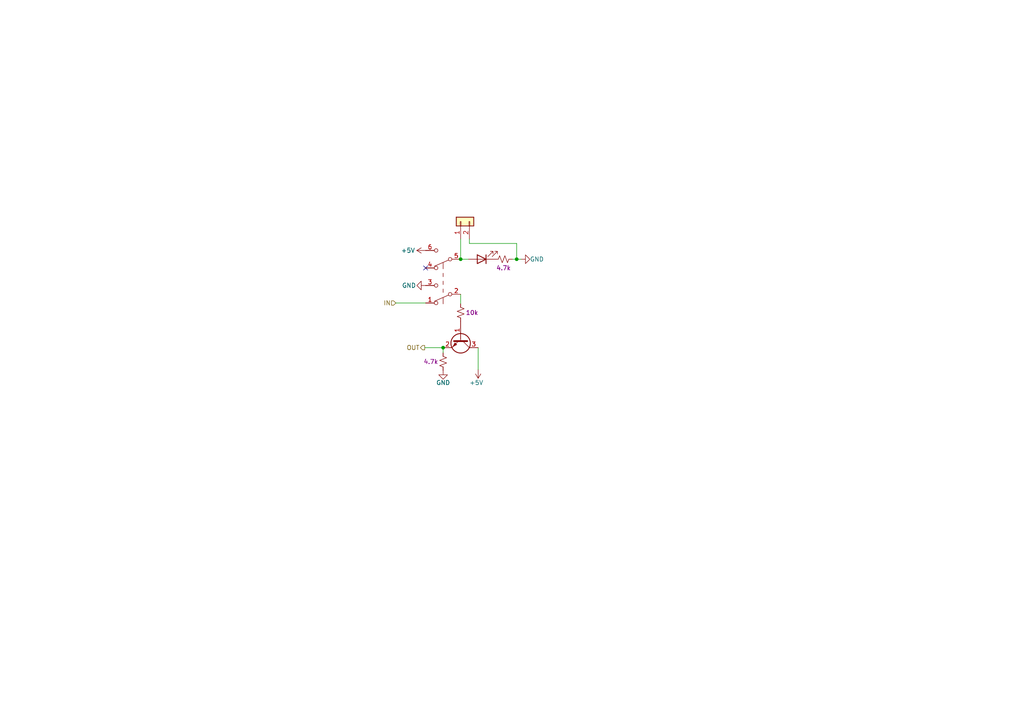
<source format=kicad_sch>
(kicad_sch (version 20211123) (generator eeschema)
  (paper "A4")
  (lib_symbols
    (symbol "Connector_Generic:Conn_01x02" (pin_names (offset 1.016) hide)
      (property "Reference" "J" (at 0 2.54 0))
      (property "Value" "Conn_01x02" (at 0 -5.08 0))
      (symbol "Conn_01x02_1_1"
        (rectangle (start -1.27 -2.413) (end 0 -2.667) (stroke (width 0.1524)))
        (rectangle (start -1.27 0.127) (end 0 -0.127) (stroke (width 0.1524)))
        (rectangle (start -1.27 1.27) (end 1.27 -3.81) (stroke (width 0.254)) (fill (type background)))
        (pin passive line (at -5.08 0 0) (length 3.81) (name "Pin_1") (number "1"))
        (pin passive line (at -5.08 -2.54 0) (length 3.81) (name "Pin_2") (number "2"))
      )
    )
    (symbol "Device:LED" (pin_numbers hide) (pin_names (offset 1.016) hide)
      (property "Reference" "D" (at 0 2.54 0))
      (property "Value" "LED" (at 0 -2.54 0))
      (symbol "LED_0_1"
        (polyline (pts (xy -1.27 -1.27) (xy -1.27 1.27)) (stroke (width 0.254)))
        (polyline (pts (xy -1.27 0) (xy 1.27 0)))
        (polyline (pts (xy 1.27 -1.27) (xy 1.27 1.27) (xy -1.27 0) (xy 1.27 -1.27)) (stroke (width 0.254)))
        (polyline (pts (xy -3.048 -0.762) (xy -4.572 -2.286) (xy -3.81 -2.286) (xy -4.572 -2.286) (xy -4.572 -1.524)))
        (polyline (pts (xy -1.778 -0.762) (xy -3.302 -2.286) (xy -2.54 -2.286) (xy -3.302 -2.286) (xy -3.302 -1.524)))
      )
      (symbol "LED_1_1"
        (pin passive line (at -3.81 0 0) (length 2.54) (name "K") (number "1"))
        (pin passive line (at 3.81 0 180) (length 2.54) (name "A") (number "2"))
      )
    )
    (symbol "Device:R_Small_US" (pin_numbers hide) (pin_names (offset 0.254) hide)
      (property "Reference" "R" (at 0.762 0.508 0))
      (property "Value" "R_Small_US" (at 0.762 -1.016 0))
      (symbol "R_Small_US_1_1"
        (polyline (pts (xy 0 0) (xy 1.016 -0.381) (xy 0 -0.762) (xy -1.016 -1.143) (xy 0 -1.524)))
        (polyline (pts (xy 0 1.524) (xy 1.016 1.143) (xy 0 0.762) (xy -1.016 0.381) (xy 0 0)))
        (pin passive line (at 0 2.54 270) (length 1.016) (name "~") (number "1"))
        (pin passive line (at 0 -2.54 90) (length 1.016) (name "~") (number "2"))
      )
    )
    (symbol "Switch:SW_Push_DPDT" (pin_names (offset 0) hide)
      (property "Reference" "SW" (at 0 8.89 0))
      (property "Value" "SW_Push_DPDT" (at 0 -10.16 0))
      (symbol "SW_Push_DPDT_0_0"
        (circle (center -2.032 -5.08) (radius 0.508))
        (circle (center -2.032 5.08) (radius 0.508))
        (circle (center 2.032 -7.62) (radius 0.508))
        (circle (center 2.032 2.54) (radius 0.508))
      )
      (symbol "SW_Push_DPDT_0_1"
        (polyline (pts (xy -1.524 -4.826) (xy 2.54 -3.048)))
        (polyline (pts (xy -1.524 5.334) (xy 2.54 7.112)))
        (polyline (pts (xy 0 -2.286) (xy 0 -4.064)))
        (polyline (pts (xy 0 -1.016) (xy 0 0)))
        (polyline (pts (xy 0 1.27) (xy 0 2.286)))
        (polyline (pts (xy 0 3.556) (xy 0 4.572)))
        (polyline (pts (xy 0 7.874) (xy 0 6.096)))
        (circle (center 2.032 -2.54) (radius 0.508))
        (circle (center 2.032 7.62) (radius 0.508))
      )
      (symbol "SW_Push_DPDT_1_1"
        (pin passive line (at 5.08 7.62 180) (length 2.54) (name "A") (number "1"))
        (pin passive line (at -5.08 5.08 0) (length 2.54) (name "B") (number "2"))
        (pin passive line (at 5.08 2.54 180) (length 2.54) (name "C") (number "3"))
        (pin passive line (at 5.08 -2.54 180) (length 2.54) (name "A") (number "4"))
        (pin passive line (at -5.08 -5.08 0) (length 2.54) (name "B") (number "5"))
        (pin passive line (at 5.08 -7.62 180) (length 2.54) (name "C") (number "6"))
      )
    )
    (symbol "Transistor_BJT:2N2222_smd-stephen" (pin_names (offset 0) hide)
      (property "Reference" "Q" (at 5.08 1.905 0))
      (property "Value" "2N2222_smd-stephen" (at 5.08 0 0))
      (symbol "2N2222_smd-stephen_0_1"
        (polyline (pts (xy 0 0) (xy 0.635 0)))
        (polyline (pts (xy 2.54 -2.54) (xy 0.635 -0.635)))
        (polyline (pts (xy 2.54 2.54) (xy 0.635 0.635)))
        (polyline (pts (xy 0.635 1.905) (xy 0.635 -1.905) (xy 0.635 -1.905)) (stroke (width 0.508)))
        (polyline (pts (xy 2.413 -2.413) (xy 1.905 -1.905) (xy 1.905 -1.905)))
        (polyline (pts (xy 1.143 -1.651) (xy 1.651 -1.143) (xy 2.159 -2.159) (xy 1.143 -1.651) (xy 1.143 -1.651)) (fill (type outline)))
        (circle (center 1.27 0) (radius 2.8194) (stroke (width 0.254)))
      )
      (symbol "2N2222_smd-stephen_1_1"
        (pin input line (at -5.08 0 0) (length 5.08) (name "B") (number "1"))
        (pin passive line (at 2.54 -5.08 90) (length 2.54) (name "E") (number "2"))
        (pin passive line (at 2.54 5.08 270) (length 2.54) (name "C") (number "3"))
      )
    )
    (symbol "power:+5V" (power) (pin_names (offset 0))
      (property "Value" "+5V" (at 0 3.556 0))
      (symbol "+5V_0_1"
        (polyline (pts (xy -0.762 1.27) (xy 0 2.54)))
        (polyline (pts (xy 0 0) (xy 0 2.54)))
        (polyline (pts (xy 0 2.54) (xy 0.762 1.27)))
      )
      (symbol "+5V_1_1"
        (pin power_in line (at 0 0 90) (length 0) hide (name "+5V") (number "1"))
      )
    )
    (symbol "power:GND" (power) (pin_names (offset 0))
      (property "Value" "GND" (at 0 -3.81 0))
      (symbol "GND_0_1"
        (polyline (pts (xy 0 0) (xy 0 -1.27) (xy 1.27 -1.27) (xy 0 -2.54) (xy -1.27 -1.27) (xy 0 -1.27)))
      )
      (symbol "GND_1_1"
        (pin power_in line (at 0 0 270) (length 0) hide (name "GND") (number "1"))
      )
    )
  )
  (junction (at 149.86 75.184))
  (junction (at 128.524 100.838))
  (junction (at 133.604 75.184))
  (no_connect (at 123.444 77.724))
  (wire (pts (xy 133.604 69.342) (xy 133.604 75.184)))
  (wire (pts (xy 114.808 87.884) (xy 123.444 87.884)))
  (wire (pts (xy 136.144 70.612) (xy 136.144 69.342)))
  (wire (pts (xy 138.684 100.838) (xy 138.684 107.188)))
  (wire (pts (xy 149.86 75.184) (xy 148.59 75.184)))
  (wire (pts (xy 133.604 88.138) (xy 133.604 85.344)))
  (wire (pts (xy 149.86 70.612) (xy 136.144 70.612)))
  (wire (pts (xy 128.524 102.362) (xy 128.524 100.838)))
  (wire (pts (xy 135.89 75.184) (xy 133.604 75.184)))
  (wire (pts (xy 149.86 75.184) (xy 149.86 70.612)))
  (wire (pts (xy 128.524 100.838) (xy 123.19 100.838)))
  (wire (pts (xy 151.13 75.184) (xy 149.86 75.184)))
  (hierarchical_label "OUT" (shape output) (at 123.19 100.838 180))
  (hierarchical_label "IN" (shape input) (at 114.808 87.884 180))
  (symbol (lib_id "power:GND") (at 123.444 82.804 270)
    (property "Reference" "#PWR0167" (effects hide))
    (property "Value" "GND" (at 118.618 82.804 90))
  )
  (symbol (lib_id "power:+5V") (at 123.444 72.644 90)
    (property "Reference" "#PWR0171" (effects hide))
    (property "Value" "+5V" (at 120.396 72.644 90) (effects (justify left)))
  )
  (symbol (lib_id "Switch:SW_Push_DPDT") (at 128.524 80.264 180)
    (property "Reference" "SW15" (effects hide))
    (property "Value" "SW_Push_DPDT" (effects hide))
    (property "Footprint" "LIBRARY-8-bit-computer:DPDT-LatchingSwitch-THT" (effects hide))
  )
  (symbol (lib_id "Device:R_Small_US") (at 146.05 75.184 270)
    (property "Reference" "R54" (effects hide))
    (property "Value" "R_Small_US" (effects hide))
    (property "Footprint" "LIBRARY-8-bit-computer:R_0805_2012Metric-4700" (effects hide))
    (property "Field4" "4.7k" (at 146.05 77.724 90))
  )
  (symbol (lib_id "Device:R_Small_US") (at 128.524 104.902 180)
    (property "Reference" "R52" (effects hide))
    (property "Value" "R_Small_US" (effects hide))
    (property "Footprint" "LIBRARY-8-bit-computer:R_0805_2012Metric-4700" (effects hide))
    (property "Field4" "4.7k" (at 124.968 104.902 0))
  )
  (symbol (lib_id "power:GND") (at 151.13 75.184 90)
    (property "Reference" "#PWR0170" (effects hide))
    (property "Value" "GND" (at 153.67 75.184 90) (effects (justify right)))
  )
  (symbol (lib_id "Transistor_BJT:2N2222_smd-stephen") (at 133.604 98.298 270)
    (property "Reference" "Q15" (effects hide))
    (property "Value" "2N2222_smd-stephen" (effects hide))
    (property "Footprint" "LIBRARY-8-bit-computer:2222-SMD-SOT23-with-label" (effects hide))
    (property "Datasheet" "https://www.onsemi.com/pub/Collateral/PN2222-D.PDF" (effects hide))
  )
  (symbol (lib_id "Connector_Generic:Conn_01x02") (at 133.604 64.262 90)
    (property "Reference" "J17" (effects hide))
    (property "Value" "Conn_01x02" (effects hide))
    (property "Footprint" "Connector_PinHeader_2.54mm:PinHeader_1x02_P2.54mm_Vertical" (effects hide))
  )
  (symbol (lib_id "Device:LED") (at 139.7 75.184 180)
    (property "Reference" "D32" (effects hide))
    (property "Value" "LED" (effects hide))
    (property "Footprint" "LED_SMD:LED_0805_2012Metric-Blue" (effects hide))
  )
  (symbol (lib_id "Device:R_Small_US") (at 133.604 90.678 0)
    (property "Reference" "R53" (effects hide))
    (property "Value" "R_Small_US" (effects hide))
    (property "Footprint" "LIBRARY-8-bit-computer:R_0805_2012Metric-10K" (effects hide))
    (property "Field4" "10k" (at 136.906 90.678 0))
  )
  (symbol (lib_id "power:+5V") (at 138.684 107.188 180)
    (property "Reference" "#PWR0174" (effects hide))
    (property "Value" "+5V" (at 140.208 110.998 0) (effects (justify left)))
  )
  (symbol (lib_id "power:GND") (at 128.524 107.442 0)
    (property "Reference" "#PWR0168" (effects hide))
    (property "Value" "GND" (at 128.524 110.998 0))
  )
)
</source>
